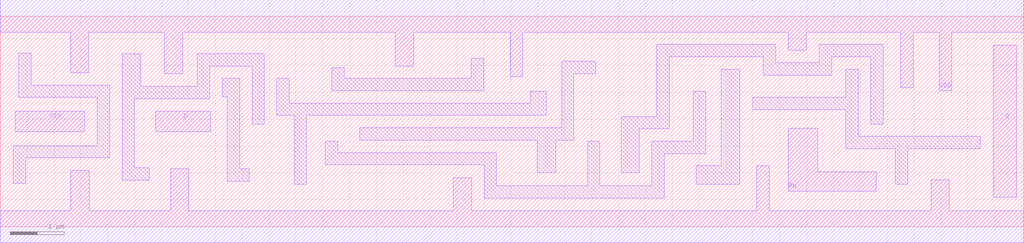
<source format=lef>
# Copyright 2022 GlobalFoundries PDK Authors
#
# Licensed under the Apache License, Version 2.0 (the "License");
# you may not use this file except in compliance with the License.
# You may obtain a copy of the License at
#
#      http://www.apache.org/licenses/LICENSE-2.0
#
# Unless required by applicable law or agreed to in writing, software
# distributed under the License is distributed on an "AS IS" BASIS,
# WITHOUT WARRANTIES OR CONDITIONS OF ANY KIND, either express or implied.
# See the License for the specific language governing permissions and
# limitations under the License.

MACRO gf180mcu_fd_sc_mcu7t5v0__dffrnq_1
  CLASS core ;
  FOREIGN gf180mcu_fd_sc_mcu7t5v0__dffrnq_1 0.0 0.0 ;
  ORIGIN 0 0 ;
  SYMMETRY X Y ;
  SITE GF018hv5v_mcu_sc7 ;
  SIZE 19.04 BY 3.92 ;
  PIN D
    DIRECTION INPUT ;
    ANTENNAGATEAREA 0.606 ;
    PORT
      LAYER Metal1 ;
        POLYGON 2.89 1.77 3.92 1.77 3.92 2.15 2.89 2.15  ;
    END
  END D
  PIN RN
    DIRECTION INPUT ;
    ANTENNAGATEAREA 1.322 ;
    PORT
      LAYER Metal1 ;
        POLYGON 14.66 0.66 16.295 0.66 16.295 1.02 15.205 1.02 15.205 1.83 14.66 1.83  ;
    END
  END RN
  PIN CLK
    DIRECTION INPUT ;
    USE clock ;
    ANTENNAGATEAREA 0.6755 ;
    PORT
      LAYER Metal1 ;
        POLYGON 0.28 1.77 1.57 1.77 1.57 2.15 0.28 2.15  ;
    END
  END CLK
  PIN Q
    DIRECTION OUTPUT ;
    ANTENNADIFFAREA 0.8932 ;
    PORT
      LAYER Metal1 ;
        POLYGON 18.475 0.55 18.91 0.55 18.91 3.38 18.475 3.38  ;
    END
  END Q
  PIN VDD
    DIRECTION INOUT ;
    USE power ;
    SHAPE ABUTMENT ;
    PORT
      LAYER Metal1 ;
        POLYGON 0 3.62 1.31 3.62 1.31 2.865 1.65 2.865 1.65 3.62 2.035 3.62 3.05 3.62 3.05 2.845 3.39 2.845 3.39 3.62 4.915 3.62 7.35 3.62 7.35 2.99 7.69 2.99 7.69 3.62 8.995 3.62 9.485 3.62 9.485 2.79 9.715 2.79 9.715 3.62 10.155 3.62 11.08 3.62 14.655 3.62 14.655 3.28 14.995 3.28 14.995 3.62 16.42 3.62 16.75 3.62 16.75 2.59 16.98 2.59 16.98 3.62 17.47 3.62 17.47 2.53 17.7 2.53 17.7 3.62 18.23 3.62 19.04 3.62 19.04 4.22 18.23 4.22 16.42 4.22 11.08 4.22 10.155 4.22 8.995 4.22 4.915 4.22 2.035 4.22 0 4.22  ;
    END
  END VDD
  PIN VSS
    DIRECTION INOUT ;
    USE ground ;
    SHAPE ABUTMENT ;
    PORT
      LAYER Metal1 ;
        POLYGON 0 -0.3 19.04 -0.3 19.04 0.3 17.655 0.3 17.655 0.875 17.315 0.875 17.315 0.3 14.3 0.3 14.3 1.13 14.07 1.13 14.07 0.3 8.77 0.3 8.77 0.915 8.43 0.915 8.43 0.3 3.51 0.3 3.51 1.075 3.17 1.075 3.17 0.3 1.655 0.3 1.655 1.05 1.31 1.05 1.31 0.3 0 0.3  ;
    END
  END VSS
  OBS
      LAYER Metal1 ;
        POLYGON 0.345 2.405 1.805 2.405 1.805 1.51 0.245 1.51 0.245 0.81 0.475 0.81 0.475 1.28 2.035 1.28 2.035 2.635 0.575 2.635 0.575 3.225 0.345 3.225  ;
        POLYGON 4.125 2.42 4.225 2.42 4.225 0.845 4.63 0.845 4.63 1.075 4.455 1.075 4.455 2.76 4.125 2.76  ;
        POLYGON 2.495 2.385 3.895 2.385 3.895 2.99 4.685 2.99 4.685 1.91 4.915 1.91 4.915 3.22 3.665 3.22 3.665 2.615 2.615 2.615 2.615 3.215 2.265 3.215 2.265 0.865 2.77 0.865 2.77 1.095 2.495 1.095  ;
        POLYGON 6.165 2.53 8.995 2.53 8.995 3.13 8.765 3.13 8.765 2.76 6.395 2.76 6.395 2.955 6.165 2.955  ;
        POLYGON 5.145 2.07 5.465 2.07 5.465 0.79 5.695 0.79 5.695 2.07 10.155 2.07 10.155 2.525 9.855 2.525 9.855 2.3 5.375 2.3 5.375 2.76 5.145 2.76  ;
        POLYGON 6.69 1.61 9.99 1.61 9.99 1 10.33 1 10.33 1.61 10.67 1.61 10.67 2.845 11.08 2.845 11.08 3.075 10.44 3.075 10.44 1.84 6.69 1.84  ;
        POLYGON 6.045 1.15 9 1.15 9 0.53 12.35 0.53 12.35 1.36 13.12 1.36 13.12 2.525 12.89 2.525 12.89 1.59 12.12 1.59 12.12 0.76 11.155 0.76 11.155 1.59 10.925 1.59 10.925 0.76 9.23 0.76 9.23 1.38 6.275 1.38 6.275 1.59 6.045 1.59  ;
        POLYGON 12.95 0.79 13.755 0.79 13.755 2.93 13.415 2.93 13.415 1.13 12.95 1.13  ;
        POLYGON 11.55 1 11.89 1 11.89 1.82 12.44 1.82 12.44 3.16 14.195 3.16 14.195 2.82 15.465 2.82 15.465 3.16 16.19 3.16 16.19 1.91 16.42 1.91 16.42 3.39 15.235 3.39 15.235 3.05 14.425 3.05 14.425 3.39 12.21 3.39 12.21 2.05 11.55 2.05  ;
        POLYGON 13.995 2.175 15.73 2.175 15.73 1.45 16.65 1.45 16.65 0.79 16.88 0.79 16.88 1.45 18.23 1.45 18.23 1.68 15.96 1.68 15.96 2.93 15.73 2.93 15.73 2.405 13.995 2.405  ;
  END
END gf180mcu_fd_sc_mcu7t5v0__dffrnq_1

</source>
